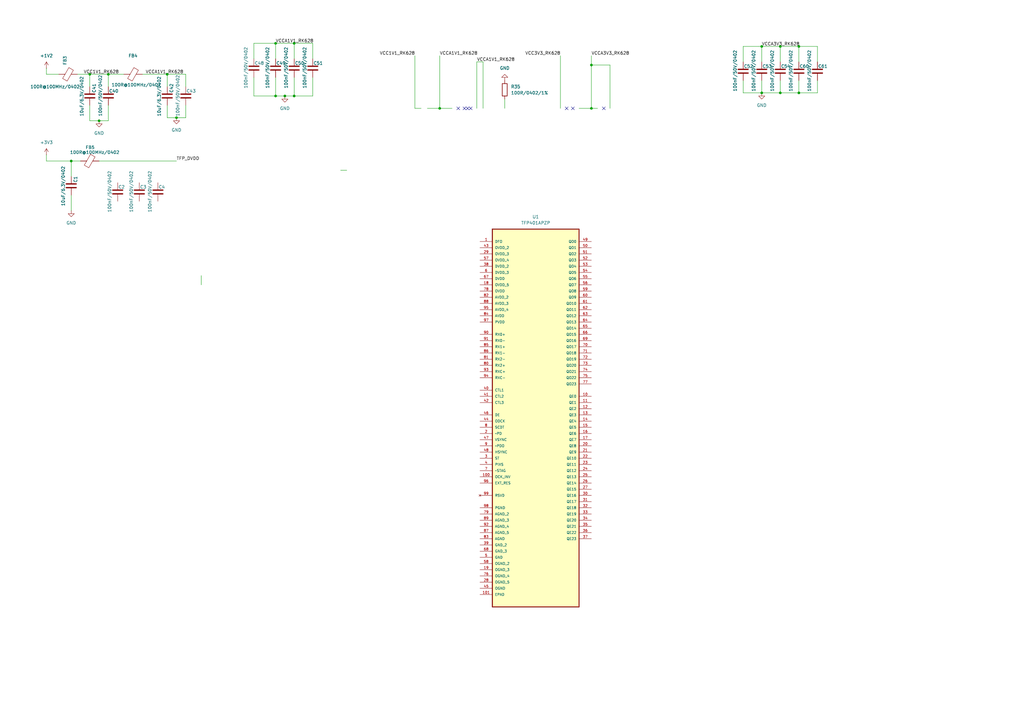
<source format=kicad_sch>
(kicad_sch (version 20231120) (generator "eeschema") (generator_version "8.0")
  (paper "A3")
  (lib_symbols
    (symbol "Device:C" (pin_numbers hide) (pin_names (offset 0.254))
      (property "Reference" "C" (at 0.635 2.54 0))
      (property "Value" "C" (at 0.635 -2.54 0))
      (symbol "C_0_1"
        (polyline (pts (xy -2.032 -0.762) (xy 2.032 -0.762)) (stroke (width 0.508)))
        (polyline (pts (xy -2.032 0.762) (xy 2.032 0.762)) (stroke (width 0.508)))
      )
      (symbol "C_1_1"
        (pin passive line (at 0 3.81 270) (length 2.794) (name "~") (number "1"))
        (pin passive line (at 0 -3.81 90) (length 2.794) (name "~") (number "2"))
      )
    )
    (symbol "Device:Crystal_GND24" (pin_names (offset 1.016) hide)
      (property "Reference" "Y" (at 3.175 5.08 0))
      (property "Value" "Crystal_GND24" (at 3.175 3.175 0))
      (symbol "Crystal_GND24_0_1"
        (rectangle (start -1.143 2.54) (end 1.143 -2.54) (stroke (width 0.3048)))
        (polyline (pts (xy -2.54 0) (xy -2.032 0)))
        (polyline (pts (xy -2.032 -1.27) (xy -2.032 1.27)) (stroke (width 0.508)))
        (polyline (pts (xy 0 -3.81) (xy 0 -3.556)))
        (polyline (pts (xy 0 3.556) (xy 0 3.81)))
        (polyline (pts (xy 2.032 -1.27) (xy 2.032 1.27)) (stroke (width 0.508)))
        (polyline (pts (xy 2.032 0) (xy 2.54 0)))
        (polyline (pts (xy -2.54 -2.286) (xy -2.54 -3.556) (xy 2.54 -3.556) (xy 2.54 -2.286)))
        (polyline (pts (xy -2.54 2.286) (xy -2.54 3.556) (xy 2.54 3.556) (xy 2.54 2.286)))
      )
      (symbol "Crystal_GND24_1_1"
        (pin passive line (at -3.81 0 0) (length 1.27) (name "1") (number "1"))
        (pin passive line (at 0 5.08 270) (length 1.27) (name "2") (number "2"))
        (pin passive line (at 3.81 0 180) (length 1.27) (name "3") (number "3"))
        (pin passive line (at 0 -5.08 90) (length 1.27) (name "4") (number "4"))
      )
    )
    (symbol "Device:D" (pin_numbers hide) (pin_names (offset 1.016) hide)
      (property "Reference" "D" (at 0 2.54 0))
      (property "Value" "D" (at 0 -2.54 0))
      (symbol "D_0_1"
        (polyline (pts (xy -1.27 1.27) (xy -1.27 -1.27)) (stroke (width 0.254)))
        (polyline (pts (xy 1.27 0) (xy -1.27 0)))
        (polyline (pts (xy 1.27 1.27) (xy 1.27 -1.27) (xy -1.27 0) (xy 1.27 1.27)) (stroke (width 0.254)))
      )
      (symbol "D_1_1"
        (pin passive line (at -3.81 0 0) (length 2.54) (name "K") (number "1"))
        (pin passive line (at 3.81 0 180) (length 2.54) (name "A") (number "2"))
      )
    )
    (symbol "Device:FerriteBead" (pin_numbers hide) (pin_names (offset 0))
      (property "Reference" "FB" (at -3.81 0.635 90))
      (property "Value" "FerriteBead" (at 3.81 0 90))
      (symbol "FerriteBead_0_1"
        (polyline (pts (xy 0 -1.27) (xy 0 -1.2192)))
        (polyline (pts (xy 0 1.27) (xy 0 1.2954)))
        (polyline (pts (xy -2.7686 0.4064) (xy -1.7018 2.2606) (xy 2.7686 -0.3048) (xy 1.6764 -2.159) (xy -2.7686 0.4064)))
      )
      (symbol "FerriteBead_1_1"
        (pin passive line (at 0 3.81 270) (length 2.54) (name "~") (number "1"))
        (pin passive line (at 0 -3.81 90) (length 2.54) (name "~") (number "2"))
      )
    )
    (symbol "Device:R" (pin_numbers hide) (pin_names (offset 0))
      (property "Reference" "R" (at 2.032 0 90))
      (property "Value" "R" (at 0 0 90))
      (symbol "R_0_1"
        (rectangle (start -1.016 -2.54) (end 1.016 2.54) (stroke (width 0.254)))
      )
      (symbol "R_1_1"
        (pin passive line (at 0 3.81 270) (length 1.27) (name "~") (number "1"))
        (pin passive line (at 0 -3.81 90) (length 1.27) (name "~") (number "2"))
      )
    )
    (symbol "Device:R_Small" (pin_numbers hide) (pin_names (offset 0.254) hide)
      (property "Reference" "R" (at 0.762 0.508 0))
      (property "Value" "R_Small" (at 0.762 -1.016 0))
      (symbol "R_Small_0_1"
        (rectangle (start -0.762 1.778) (end 0.762 -1.778) (stroke (width 0.2032)))
      )
      (symbol "R_Small_1_1"
        (pin passive line (at 0 2.54 270) (length 0.762) (name "~") (number "1"))
        (pin passive line (at 0 -2.54 90) (length 0.762) (name "~") (number "2"))
      )
    )
    (symbol "Simulation_SPICE:NPN" (pin_numbers hide) (pin_names (offset 0))
      (property "Reference" "Q" (at -2.54 7.62 0))
      (property "Value" "NPN" (at -2.54 5.08 0))
      (symbol "NPN_0_1"
        (polyline (pts (xy -2.54 0) (xy 0.635 0)) (stroke (width 0.1524)))
        (polyline (pts (xy 0.635 0.635) (xy 2.54 2.54)))
        (polyline (pts (xy 2.794 -1.27) (xy 2.794 -1.27)) (stroke (width 0.1524)))
        (polyline (pts (xy 2.794 -1.27) (xy 2.794 -1.27)) (stroke (width 0.1524)))
        (polyline (pts (xy 0.635 -0.635) (xy 2.54 -2.54) (xy 2.54 -2.54)))
        (polyline (pts (xy 0.635 1.905) (xy 0.635 -1.905) (xy 0.635 -1.905)) (stroke (width 0.508)))
        (polyline (pts (xy 1.27 -1.778) (xy 1.778 -1.27) (xy 2.286 -2.286) (xy 1.27 -1.778) (xy 1.27 -1.778)) (fill (type outline)))
        (circle (center 1.27 0) (radius 2.8194) (stroke (width 0.254)))
      )
      (symbol "NPN_1_1"
        (pin open_collector line (at 2.54 5.08 270) (length 2.54) (name "C") (number "1"))
        (pin input line (at -5.08 0 0) (length 2.54) (name "B") (number "2"))
        (pin open_emitter line (at 2.54 -5.08 90) (length 2.54) (name "E") (number "3"))
      )
    )
    (symbol "USBCtoMIPI:TFP401APZP" (pin_names (offset 1.016))
      (property "Reference" "U" (at -5.3641 77.7664 0))
      (property "Value" "TFP401APZP" (at -4.019 -86.2058 0))
      (symbol "TFP401APZP_0_0"
        (rectangle (start -17.78 73.66) (end 17.78 -81.28) (stroke (width 0.4064)) (fill (type background)))
        (pin input line (at -22.86 68.58 0) (length 5.08) (name "DFO") (number "1"))
        (pin output line (at 22.86 5.08 180) (length 5.08) (name "QE0") (number "10"))
        (pin input line (at -22.86 -27.94 0) (length 5.08) (name "OCK_INV") (number "100"))
        (pin passive line (at -22.86 -76.2 0) (length 5.08) (name "EPAD") (number "101"))
        (pin output line (at 22.86 2.54 180) (length 5.08) (name "QE1") (number "11"))
        (pin output line (at 22.86 0 180) (length 5.08) (name "QE2") (number "12"))
        (pin output line (at 22.86 -2.54 180) (length 5.08) (name "QE3") (number "13"))
        (pin output line (at 22.86 -5.08 180) (length 5.08) (name "QE4") (number "14"))
        (pin output line (at 22.86 -7.62 180) (length 5.08) (name "QE5") (number "15"))
        (pin output line (at 22.86 -10.16 180) (length 5.08) (name "QE6") (number "16"))
        (pin output line (at 22.86 -12.7 180) (length 5.08) (name "QE7") (number "17"))
        (pin power_in line (at -22.86 50.8 0) (length 5.08) (name "OVDD_5") (number "18"))
        (pin passive line (at -22.86 -66.04 0) (length 5.08) (name "OGND_3") (number "19"))
        (pin input line (at -22.86 -10.16 0) (length 5.08) (name "~PD") (number "2"))
        (pin output line (at 22.86 -15.24 180) (length 5.08) (name "QE8") (number "20"))
        (pin output line (at 22.86 -17.78 180) (length 5.08) (name "QE9") (number "21"))
        (pin output line (at 22.86 -20.32 180) (length 5.08) (name "QE10") (number "22"))
        (pin output line (at 22.86 -22.86 180) (length 5.08) (name "QE11") (number "23"))
        (pin output line (at 22.86 -25.4 180) (length 5.08) (name "QE12") (number "24"))
        (pin output line (at 22.86 -27.94 180) (length 5.08) (name "QE13") (number "25"))
        (pin output line (at 22.86 -30.48 180) (length 5.08) (name "QE14") (number "26"))
        (pin output line (at 22.86 -33.02 180) (length 5.08) (name "QE15") (number "27"))
        (pin passive line (at -22.86 -71.12 0) (length 5.08) (name "OGND_5") (number "28"))
        (pin power_in line (at -22.86 63.5 0) (length 5.08) (name "OVDD_3") (number "29"))
        (pin input line (at -22.86 -20.32 0) (length 5.08) (name "ST") (number "3"))
        (pin output line (at 22.86 -35.56 180) (length 5.08) (name "QE16") (number "30"))
        (pin output line (at 22.86 -38.1 180) (length 5.08) (name "QE17") (number "31"))
        (pin output line (at 22.86 -40.64 180) (length 5.08) (name "QE18") (number "32"))
        (pin output line (at 22.86 -43.18 180) (length 5.08) (name "QE19") (number "33"))
        (pin output line (at 22.86 -45.72 180) (length 5.08) (name "QE20") (number "34"))
        (pin output line (at 22.86 -48.26 180) (length 5.08) (name "QE21") (number "35"))
        (pin output line (at 22.86 -50.8 180) (length 5.08) (name "QE22") (number "36"))
        (pin output line (at 22.86 -53.34 180) (length 5.08) (name "QE23") (number "37"))
        (pin power_in line (at -22.86 58.42 0) (length 5.08) (name "DVDD_2") (number "38"))
        (pin passive line (at -22.86 -55.88 0) (length 5.08) (name "GND_2") (number "39"))
        (pin input line (at -22.86 -22.86 0) (length 5.08) (name "PIXS") (number "4"))
        (pin output line (at -22.86 7.62 0) (length 5.08) (name "CTL1") (number "40"))
        (pin output line (at -22.86 5.08 0) (length 5.08) (name "CTL2") (number "41"))
        (pin output line (at -22.86 2.54 0) (length 5.08) (name "CTL3") (number "42"))
        (pin power_in line (at -22.86 66.04 0) (length 5.08) (name "OVDD_2") (number "43"))
        (pin output line (at -22.86 -5.08 0) (length 5.08) (name "ODCK") (number "44"))
        (pin passive line (at -22.86 -73.66 0) (length 5.08) (name "OGND") (number "45"))
        (pin output line (at -22.86 -2.54 0) (length 5.08) (name "DE") (number "46"))
        (pin output line (at -22.86 -12.7 0) (length 5.08) (name "VSYNC") (number "47"))
        (pin output line (at -22.86 -17.78 0) (length 5.08) (name "HSYNC") (number "48"))
        (pin output line (at 22.86 68.58 180) (length 5.08) (name "QO0") (number "49"))
        (pin passive line (at -22.86 -60.96 0) (length 5.08) (name "GND") (number "5"))
        (pin output line (at 22.86 66.04 180) (length 5.08) (name "QO1") (number "50"))
        (pin output line (at 22.86 63.5 180) (length 5.08) (name "QO2") (number "51"))
        (pin output line (at 22.86 60.96 180) (length 5.08) (name "QO3") (number "52"))
        (pin output line (at 22.86 58.42 180) (length 5.08) (name "QO4") (number "53"))
        (pin output line (at 22.86 55.88 180) (length 5.08) (name "QO5") (number "54"))
        (pin output line (at 22.86 53.34 180) (length 5.08) (name "QO6") (number "55"))
        (pin output line (at 22.86 50.8 180) (length 5.08) (name "QO7") (number "56"))
        (pin power_in line (at -22.86 60.96 0) (length 5.08) (name "OVDD_4") (number "57"))
        (pin passive line (at -22.86 -63.5 0) (length 5.08) (name "OGND_2") (number "58"))
        (pin output line (at 22.86 48.26 180) (length 5.08) (name "QO8") (number "59"))
        (pin power_in line (at -22.86 55.88 0) (length 5.08) (name "DVDD_3") (number "6"))
        (pin output line (at 22.86 45.72 180) (length 5.08) (name "QO9") (number "60"))
        (pin output line (at 22.86 43.18 180) (length 5.08) (name "QO10") (number "61"))
        (pin output line (at 22.86 40.64 180) (length 5.08) (name "QO11") (number "62"))
        (pin output line (at 22.86 38.1 180) (length 5.08) (name "QO12") (number "63"))
        (pin output line (at 22.86 35.56 180) (length 5.08) (name "QO13") (number "64"))
        (pin output line (at 22.86 33.02 180) (length 5.08) (name "QO14") (number "65"))
        (pin output line (at 22.86 30.48 180) (length 5.08) (name "QO15") (number "66"))
        (pin power_in line (at -22.86 53.34 0) (length 5.08) (name "DVDD") (number "67"))
        (pin passive line (at -22.86 -58.42 0) (length 5.08) (name "GND_3") (number "68"))
        (pin output line (at 22.86 27.94 180) (length 5.08) (name "QO16") (number "69"))
        (pin input line (at -22.86 -25.4 0) (length 5.08) (name "~STAG") (number "7"))
        (pin output line (at 22.86 25.4 180) (length 5.08) (name "QO17") (number "70"))
        (pin output line (at 22.86 22.86 180) (length 5.08) (name "QO18") (number "71"))
        (pin output line (at 22.86 20.32 180) (length 5.08) (name "QO19") (number "72"))
        (pin output line (at 22.86 17.78 180) (length 5.08) (name "QO20") (number "73"))
        (pin output line (at 22.86 15.24 180) (length 5.08) (name "QO21") (number "74"))
        (pin output line (at 22.86 12.7 180) (length 5.08) (name "QO22") (number "75"))
        (pin passive line (at -22.86 -68.58 0) (length 5.08) (name "OGND_4") (number "76"))
        (pin output line (at 22.86 10.16 180) (length 5.08) (name "QO23") (number "77"))
        (pin power_in line (at -22.86 48.26 0) (length 5.08) (name "OVDD") (number "78"))
        (pin passive line (at -22.86 -43.18 0) (length 5.08) (name "AGND_2") (number "79"))
        (pin output line (at -22.86 -7.62 0) (length 5.08) (name "SCDT") (number "8"))
        (pin input line (at -22.86 17.78 0) (length 5.08) (name "RX2+") (number "80"))
        (pin input line (at -22.86 20.32 0) (length 5.08) (name "RX2-") (number "81"))
        (pin power_in line (at -22.86 45.72 0) (length 5.08) (name "AVDD_2") (number "82"))
        (pin passive line (at -22.86 -53.34 0) (length 5.08) (name "AGND") (number "83"))
        (pin power_in line (at -22.86 38.1 0) (length 5.08) (name "AVDD") (number "84"))
        (pin input line (at -22.86 25.4 0) (length 5.08) (name "RX1+") (number "85"))
        (pin input line (at -22.86 22.86 0) (length 5.08) (name "RX1-") (number "86"))
        (pin passive line (at -22.86 -50.8 0) (length 5.08) (name "AGND_5") (number "87"))
        (pin power_in line (at -22.86 43.18 0) (length 5.08) (name "AVDD_3") (number "88"))
        (pin passive line (at -22.86 -45.72 0) (length 5.08) (name "AGND_3") (number "89"))
        (pin input line (at -22.86 -15.24 0) (length 5.08) (name "~PDO") (number "9"))
        (pin input line (at -22.86 30.48 0) (length 5.08) (name "RX0+") (number "90"))
        (pin input line (at -22.86 27.94 0) (length 5.08) (name "RX0-") (number "91"))
        (pin passive line (at -22.86 -48.26 0) (length 5.08) (name "AGND_4") (number "92"))
        (pin input line (at -22.86 15.24 0) (length 5.08) (name "RXC+") (number "93"))
        (pin input line (at -22.86 12.7 0) (length 5.08) (name "RXC-") (number "94"))
        (pin power_in line (at -22.86 40.64 0) (length 5.08) (name "AVDD_4") (number "95"))
        (pin input line (at -22.86 -30.48 0) (length 5.08) (name "EXT_RES") (number "96"))
        (pin power_in line (at -22.86 35.56 0) (length 5.08) (name "PVDD") (number "97"))
        (pin passive line (at -22.86 -40.64 0) (length 5.08) (name "PGND") (number "98"))
        (pin no_connect line (at -22.86 -35.56 0) (length 5.08) (name "RSVD") (number "99"))
      )
    )
    (symbol "power:+1V2" (power) (pin_numbers hide) (pin_names (offset 0) hide)
      (property "Value" "+1V2" (at 0 3.556 0))
      (symbol "+1V2_0_1"
        (polyline (pts (xy -0.762 1.27) (xy 0 2.54)))
        (polyline (pts (xy 0 0) (xy 0 2.54)))
        (polyline (pts (xy 0 2.54) (xy 0.762 1.27)))
      )
      (symbol "+1V2_1_1"
        (pin power_in line (at 0 0 90) (length 0) (name "~") (number "1"))
      )
    )
    (symbol "power:+3V3" (power) (pin_numbers hide) (pin_names (offset 0) hide)
      (property "Value" "+3V3" (at 0 3.556 0))
      (symbol "+3V3_0_1"
        (polyline (pts (xy -0.762 1.27) (xy 0 2.54)))
        (polyline (pts (xy 0 0) (xy 0 2.54)))
        (polyline (pts (xy 0 2.54) (xy 0.762 1.27)))
      )
      (symbol "+3V3_1_1"
        (pin power_in line (at 0 0 90) (length 0) (name "~") (number "1"))
      )
    )
    (symbol "power:GND" (power) (pin_numbers hide) (pin_names (offset 0) hide)
      (property "Value" "GND" (at 0 -3.81 0))
      (symbol "GND_0_1"
        (polyline (pts (xy 0 0) (xy 0 -1.27) (xy 1.27 -1.27) (xy 0 -2.54) (xy -1.27 -1.27) (xy 0 -1.27)))
      )
      (symbol "GND_1_1"
        (pin power_in line (at 0 0 270) (length 0) (name "~") (number "1"))
      )
    )
  )
  (junction (at 68.58 30.48))
  (junction (at 116.84 39.37))
  (junction (at 72.39 48.26))
  (junction (at 36.83 30.48))
  (junction (at 180.34 44.45))
  (junction (at 327.66 38.1))
  (junction (at -73.66 45.72))
  (junction (at 120.65 39.37))
  (junction (at -111.76 146.05))
  (junction (at 312.42 38.1))
  (junction (at -124.46 182.88))
  (junction (at -62.23 130.81))
  (junction (at -62.23 140.97))
  (junction (at -87.63 182.88))
  (junction (at 44.45 30.48))
  (junction (at 242.57 26.67))
  (junction (at 312.42 19.05))
  (junction (at -81.28 182.88))
  (junction (at -72.39 140.97))
  (junction (at 29.21 66.04))
  (junction (at 120.65 17.78))
  (junction (at -82.55 140.97))
  (junction (at 242.57 44.45))
  (junction (at -109.22 194.31))
  (junction (at 320.04 19.05))
  (junction (at 148.59 -27.94))
  (junction (at -45.72 63.5))
  (junction (at -77.47 64.77))
  (junction (at 113.03 17.78))
  (junction (at 320.04 38.1))
  (junction (at -72.39 130.81))
  (junction (at -82.55 130.81))
  (junction (at 113.03 39.37))
  (junction (at -109.22 182.88))
  (junction (at -49.53 45.72))
  (junction (at 40.64 49.53))
  (junction (at 327.66 19.05))
  (junction (at -81.28 45.72))
  (no_connect (at 234.95 44.45))
  (no_connect (at 247.65 44.45))
  (no_connect (at 232.41 44.45))
  (no_connect (at -26.67 168.91))
  (no_connect (at -27.94 166.37))
  (no_connect (at 187.96 44.45))
  (no_connect (at -27.94 148.59))
  (no_connect (at -27.94 171.45))
  (no_connect (at 193.04 44.45))
  (no_connect (at 190.5 44.45))
  (no_connect (at 191.77 44.45))
  (wire (pts (xy -30.48 87.63) (xy -30.48 95.25)))
  (wire (pts (xy 76.2 35.56) (xy 76.2 30.48)))
  (wire (pts (xy 128.27 17.78) (xy 128.27 24.13)))
  (wire (pts (xy -46.99 97.79) (xy -27.94 97.79)))
  (wire (pts (xy -125.73 146.05) (xy -111.76 146.05)))
  (wire (pts (xy -82.55 140.97) (xy -72.39 140.97)))
  (wire (pts (xy 76.2 48.26) (xy 76.2 43.18)))
  (wire (pts (xy -77.47 64.77) (xy -73.66 64.77)))
  (wire (pts (xy -81.28 45.72) (xy -73.66 45.72)))
  (wire (pts (xy -83.82 105.41) (xy -52.07 105.41)))
  (wire (pts (xy 250.19 26.67) (xy 242.57 26.67)))
  (wire (pts (xy 58.42 30.48) (xy 68.58 30.48)))
  (wire (pts (xy 312.42 38.1) (xy 320.04 38.1)))
  (wire (pts (xy 335.28 19.05) (xy 327.66 19.05)))
  (wire (pts (xy 44.45 30.48) (xy 50.8 30.48)))
  (wire (pts (xy -72.39 140.97) (xy -62.23 140.97)))
  (wire (pts (xy 335.28 33.02) (xy 335.28 38.1)))
  (wire (pts (xy 152.4 -27.94) (xy 152.4 -33.02)))
  (wire (pts (xy -30.48 95.25) (xy -27.94 95.25)))
  (wire (pts (xy 40.64 49.53) (xy 44.45 49.53)))
  (wire (pts (xy 128.27 39.37) (xy 128.27 31.75)))
  (wire (pts (xy -73.66 45.72) (xy -67.31 45.72)))
  (wire (pts (xy 29.21 86.36) (xy 29.21 80.01)))
  (wire (pts (xy 29.21 66.04) (xy 33.02 66.04)))
  (wire (pts (xy 195.58 25.4) (xy 198.12 25.4)))
  (wire (pts (xy -33.02 137.16) (xy -27.305 137.16)))
  (wire (pts (xy -83.82 100.33) (xy -52.07 100.33)))
  (wire (pts (xy -46.99 102.87) (xy -27.94 102.87)))
  (wire (pts (xy -49.53 63.5) (xy -45.72 63.5)))
  (wire (pts (xy 68.58 35.56) (xy 68.58 30.48)))
  (wire (pts (xy 335.28 38.1) (xy 327.66 38.1)))
  (wire (pts (xy -72.39 137.16) (xy -72.39 140.97)))
  (wire (pts (xy -77.47 158.75) (xy -27.94 158.75)))
  (wire (pts (xy -83.82 140.97) (xy -82.55 140.97)))
  (wire (pts (xy -72.39 130.81) (xy -62.23 130.81)))
  (wire (pts (xy -81.28 64.77) (xy -77.47 64.77)))
  (wire (pts (xy -46.99 123.19) (xy -27.94 123.19)))
  (wire (pts (xy -128.27 182.88) (xy -124.46 182.88)))
  (wire (pts (xy 19.05 27.94) (xy 19.05 30.48)))
  (wire (pts (xy -111.76 146.05) (xy -27.94 146.05)))
  (wire (pts (xy 36.83 30.48) (xy 44.45 30.48)))
  (wire (pts (xy 104.14 39.37) (xy 113.03 39.37)))
  (wire (pts (xy 29.21 72.39) (xy 29.21 66.04)))
  (wire (pts (xy 152.4 -33.02) (xy 153.67 -33.02)))
  (wire (pts (xy 120.65 39.37) (xy 128.27 39.37)))
  (wire (pts (xy 304.8 33.02) (xy 304.8 38.1)))
  (wire (pts (xy 36.83 43.18) (xy 36.83 49.53)))
  (wire (pts (xy -46.99 113.03) (xy -27.94 113.03)))
  (wire (pts (xy 242.57 44.45) (xy 245.11 44.45)))
  (wire (pts (xy 40.64 66.04) (xy 72.39 66.04)))
  (wire (pts (xy 76.2 30.48) (xy 68.58 30.48)))
  (wire (pts (xy -110.49 194.31) (xy -110.49 195.58)))
  (wire (pts (xy 250.19 26.67) (xy 250.19 44.45)))
  (wire (pts (xy -83.82 118.11) (xy -52.07 118.11)))
  (wire (pts (xy 320.04 38.1) (xy 320.04 33.02)))
  (wire (pts (xy -41.91 45.72) (xy -49.53 45.72)))
  (wire (pts (xy -124.46 182.88) (xy -124.46 193.04)))
  (wire (pts (xy 312.42 19.05) (xy 320.04 19.05)))
  (wire (pts (xy 237.49 44.45) (xy 242.57 44.45)))
  (wire (pts (xy 19.05 66.04) (xy 29.21 66.04)))
  (wire (pts (xy 19.05 63.5) (xy 19.05 66.04)))
  (wire (pts (xy 180.34 22.86) (xy 180.34 44.45)))
  (wire (pts (xy -62.23 140.97) (xy -62.23 138.43)))
  (wire (pts (xy -46.99 125.73) (xy -27.94 125.73)))
  (wire (pts (xy 207.01 40.64) (xy 207.01 44.45)))
  (wire (pts (xy -97.79 203.2) (xy -97.79 214.63)))
  (wire (pts (xy 113.03 17.78) (xy 113.03 24.13)))
  (wire (pts (xy -83.82 102.87) (xy -52.07 102.87)))
  (wire (pts (xy 146.05 -45.72) (xy 146.05 -40.64)))
  (wire (pts (xy -86.36 45.72) (xy -81.28 45.72)))
  (wire (pts (xy 335.28 25.4) (xy 335.28 19.05)))
  (wire (pts (xy -46.99 115.57) (xy -27.94 115.57)))
  (wire (pts (xy 148.59 -27.94) (xy 152.4 -27.94)))
  (wire (pts (xy -72.39 130.81) (xy -72.39 132.08)))
  (wire (pts (xy 104.14 17.78) (xy 113.03 17.78)))
  (wire (pts (xy 304.8 25.4) (xy 304.8 19.05)))
  (wire (pts (xy 327.66 25.4) (xy 327.66 19.05)))
  (wire (pts (xy -120.65 246.38) (xy -120.65 250.19)))
  (wire (pts (xy -46.99 118.11) (xy -27.94 118.11)))
  (wire (pts (xy 304.8 38.1) (xy 312.42 38.1)))
  (wire (pts (xy 180.34 44.45) (xy 185.42 44.45)))
  (wire (pts (xy 36.83 49.53) (xy 40.64 49.53)))
  (wire (pts (xy 144.78 -27.94) (xy 148.59 -27.94)))
  (wire (pts (xy 68.58 48.26) (xy 72.39 48.26)))
  (wire (pts (xy -46.99 110.49) (xy -27.94 110.49)))
  (wire (pts (xy -40.64 151.13) (xy -27.94 151.13)))
  (wire (pts (xy -124.46 205.74) (xy -124.46 200.66)))
  (wire (pts (xy -81.28 58.42) (xy -81.28 64.77)))
  (wire (pts (xy 113.03 39.37) (xy 116.84 39.37)))
  (wire (pts (xy 19.05 30.48) (xy 24.13 30.48)))
  (wire (pts (xy 242.57 22.86) (xy 242.57 26.67)))
  (wire (pts (xy -83.82 110.49) (xy -52.07 110.49)))
  (wire (pts (xy 198.12 44.45) (xy 198.12 25.4)))
  (wire (pts (xy -83.82 123.19) (xy -52.07 123.19)))
  (wire (pts (xy -46.99 100.33) (xy -27.94 100.33)))
  (wire (pts (xy -120.65 271.78) (xy -120.65 265.43)))
  (wire (pts (xy -88.9 182.88) (xy -87.63 182.88)))
  (wire (pts (xy 36.83 30.48) (xy 36.83 35.56)))
  (wire (pts (xy -41.91 63.5) (xy -41.91 58.42)))
  (wire (pts (xy -77.47 153.67) (xy -27.94 153.67)))
  (wire (pts (xy -82.55 130.81) (xy -72.39 130.81)))
  (wire (pts (xy 327.66 33.02) (xy 327.66 38.1)))
  (wire (pts (xy 113.03 17.78) (xy 120.65 17.78)))
  (wire (pts (xy -109.22 194.31) (xy -97.79 194.31)))
  (wire (pts (xy -110.49 203.2) (xy -110.49 214.63)))
  (wire (pts (xy -62.23 130.81) (xy -33.02 130.81)))
  (wire (pts (xy -46.99 107.95) (xy -27.94 107.95)))
  (wire (pts (xy -73.66 64.77) (xy -73.66 58.42)))
  (wire (pts (xy 242.57 26.67) (xy 242.57 44.45)))
  (wire (pts (xy -81.28 182.88) (xy -81.28 187.96)))
  (wire (pts (xy 195.58 44.45) (xy 195.58 25.4)))
  (wire (pts (xy -97.79 194.31) (xy -97.79 195.58)))
  (wire (pts (xy -41.91 50.8) (xy -41.91 45.72)))
  (wire (pts (xy -49.53 50.8) (xy -49.53 45.72)))
  (wire (pts (xy 175.26 44.45) (xy 180.34 44.45)))
  (wire (pts (xy -71.12 195.58) (xy -71.12 187.96)))
  (wire (pts (xy 153.67 -45.72) (xy 146.05 -45.72)))
  (wire (pts (xy -83.82 97.79) (xy -52.07 97.79)))
  (wire (pts (xy 44.45 30.48) (xy 44.45 35.56)))
  (wire (pts (xy -81.28 45.72) (xy -81.28 50.8)))
  (wire (pts (xy -109.22 194.31) (xy -110.49 194.31)))
  (wire (pts (xy 144.78 -33.02) (xy 144.78 -27.94)))
  (wire (pts (xy 31.75 30.48) (xy 36.83 30.48)))
  (wire (pts (xy 116.84 39.37) (xy 120.65 39.37)))
  (wire (pts (xy 72.39 48.26) (xy 76.2 48.26)))
  (wire (pts (xy 68.58 43.18) (xy 68.58 48.26)))
  (wire (pts (xy 229.87 22.86) (xy 229.87 44.45)))
  (wire (pts (xy -71.12 171.45) (xy -71.12 177.8)))
  (wire (pts (xy -83.82 113.03) (xy -52.07 113.03)))
  (wire (pts (xy 44.45 49.53) (xy 44.45 43.18)))
  (wire (pts (xy -33.02 130.81) (xy -33.02 137.16)))
  (wire (pts (xy -77.47 156.21) (xy -27.94 156.21)))
  (wire (pts (xy 82.55 113.03) (xy 82.55 116.84)))
  (wire (pts (xy 327.66 38.1) (xy 320.04 38.1)))
  (wire (pts (xy 120.65 17.78) (xy 120.65 24.13)))
  (wire (pts (xy -46.99 120.65) (xy -27.94 120.65)))
  (wire (pts (xy 120.65 31.75) (xy 120.65 39.37)))
  (wire (pts (xy -83.82 125.73) (xy -52.07 125.73)))
  (wire (pts (xy 113.03 31.75) (xy 113.03 39.37)))
  (wire (pts (xy 304.8 19.05) (xy 312.42 19.05)))
  (wire (pts (xy -111.76 146.05) (xy -111.76 153.67)))
  (wire (pts (xy -59.69 45.72) (xy -49.53 45.72)))
  (wire (pts (xy 153.67 -40.64) (xy 153.67 -45.72)))
  (wire (pts (xy -83.82 130.81) (xy -82.55 130.81)))
  (wire (pts (xy 144.78 -33.02) (xy 146.05 -33.02)))
  (wire (pts (xy -83.82 107.95) (xy -52.07 107.95)))
  (wire (pts (xy 120.65 17.78) (xy 128.27 17.78)))
  (wire (pts (xy -81.28 182.88) (xy -78.74 182.88)))
  (wire (pts (xy -109.22 182.88) (xy -95.25 182.88)))
  (wire (pts (xy 170.18 22.86) (xy 170.18 44.45)))
  (wire (pts (xy -83.82 115.57) (xy -52.07 115.57)))
  (wire (pts (xy -124.46 182.88) (xy -109.22 182.88)))
  (wire (pts (xy -62.23 140.97) (xy -27.305 140.97)))
  (wire (pts (xy 320.04 19.05) (xy 327.66 19.05)))
  (wire (pts (xy 104.14 24.13) (xy 104.14 17.78)))
  (wire (pts (xy -109.22 182.88) (xy -109.22 186.69)))
  (wire (pts (xy -49.53 58.42) (xy -49.53 63.5)))
  (wire (pts (xy -73.66 45.72) (xy -73.66 50.8)))
  (wire (pts (xy -45.72 63.5) (xy -41.91 63.5)))
  (wire (pts (xy -46.99 105.41) (xy -27.94 105.41)))
  (wire (pts (xy 104.14 31.75) (xy 104.14 39.37)))
  (wire (pts (xy -83.82 120.65) (xy -52.07 120.65)))
  (wire (pts (xy -87.63 182.88) (xy -81.28 182.88)))
  (wire (pts (xy 320.04 19.05) (xy 320.04 25.4)))
  (wire (pts (xy 139.7 69.85) (xy 142.24 69.85)))
  (wire (pts (xy 170.18 44.45) (xy 172.72 44.45)))
  (wire (pts (xy 312.42 19.05) (xy 312.42 25.4)))
  (wire (pts (xy 312.42 33.02) (xy 312.42 38.1)))
  (label "RK628D_INTn" (at -77.47 158.75 0))
  (label "VCCA1V1_RK628" (at 113.03 17.78 0))
  (label "HDMIRX_SCL" (at -68.58 120.65 180))
  (label "RK628D_SCL" (at -77.47 153.67 0))
  (label "HDMIRX_CEC" (at -120.65 271.78 180))
  (label "HR_CLK_P" (at -43.18 100.33 0))
  (label "HDMIRX_D0_N" (at -68.58 102.87 180))
  (label "VCCA3V3_RK628" (at 312.42 19.05 0))
  (label "HDMIRX_D1_P" (at -68.58 110.49 180))
  (label "HDMIRX_SCL" (at -97.79 214.63 270))
  (label "HDMIRX_D1_N" (at -68.58 107.95 180))
  (label "HR_D1_N" (at -43.18 107.95 0))
  (label "VCCA1V1_RK628" (at 195.58 25.4 0))
  (label "HDMIRX_SDA" (at -110.49 214.63 270))
  (label "VCCA3V3_RK628" (at -58.42 45.72 0))
  (label "HDMIRX_D2_P" (at -68.58 115.57 180))
  (label "RK628D_SDA" (at -77.47 156.21 0))
  (label "HR_CLK_N" (at -43.18 97.79 0))
  (label "HDMIRX_CEC" (at -68.58 125.73 180))
  (label "HR_D1_P" (at -43.18 110.49 0))
  (label "VCCA1V1_RK628" (at 146.05 -45.72 0))
  (label "HDMIRX_CLK_P" (at -68.58 100.33 180))
  (label "VCCA3V3_RK628" (at 242.57 22.86 0))
  (label "VCCA1V1_RK628" (at 59.69 30.48 0))
  (label "HDMIRX_SDA" (at -68.58 118.11 180))
  (label "HDMIRX_D2_N" (at -68.58 113.03 180))
  (label "VCC3V3_RK628" (at -120.65 246.38 0))
  (label "VCC1V1_RK628" (at 170.18 22.86 180))
  (label "HDMIRX_HDP" (at -68.58 123.19 180))
  (label "HR_D2_P" (at -43.18 115.57 0))
  (label "RK628D_RSTn" (at -125.73 146.05 0))
  (label "VCC1V1_RK628" (at 34.29 30.48 0))
  (label "VCCA1V1_RK628" (at 180.34 22.86 0))
  (label "VCC3V3_RK628" (at 229.87 22.86 180))
  (label "HDMIRX_CLK_N" (at -68.58 97.79 180))
  (label "HDMI_DET" (at -71.12 171.45 0))
  (label "VCC3V3_RK628" (at -83.82 45.72 0))
  (label "TFP_DVDD" (at 72.39 66.04 0))
  (label "HR_D2_N" (at -43.18 113.03 0))
  (label "HDMIRX_D0_P" (at -68.58 105.41 180))
  (label "HR_D0_N" (at -43.18 102.87 0))
  (label "HR_D0_P" (at -43.18 105.41 0))
  (label "HDMIRX_+5V" (at -124.46 182.88 0))
  (hierarchical_label "HDMIRX_CLK_P" (shape bidirectional) (at -83.82 100.33 180))
  (hierarchical_label "RK628D_RSTn" (shape bidirectional) (at -125.73 146.05 180))
  (hierarchical_label "HDMIRX_HDP" (shape bidirectional) (at -83.82 123.19 180))
  (hierarchical_label "HDMIRX_+5V" (shape input) (at -128.27 182.88 180))
  (hierarchical_label "HDMIRX_CEC" (shape bidirectional) (at -83.82 125.73 180))
  (hierarchical_label "HDMIRX_D1_P" (shape bidirectional) (at -83.82 110.49 180))
  (hierarchical_label "RK628D_SDA" (shape bidirectional) (at -77.47 156.21 180))
  (hierarchical_label "HDMIRX_CLK_N" (shape bidirectional) (at -83.82 97.79 180))
  (hierarchical_label "HDMIRX_D1_N" (shape bidirectional) (at -83.82 107.95 180))
  (hierarchical_label "HDMIRX_SDA" (shape bidirectional) (at -83.82 118.11 180))
  (hierarchical_label "HDMIRX_D2_P" (shape bidirectional) (at -83.82 115.57 180))
  (hierarchical_label "RK628D_INTn" (shape bidirectional) (at -77.47 158.75 180))
  (hierarchical_label "HDMI_DET" (shape input) (at -71.12 171.45 180))
  (hierarchical_label "HDMIRX_SCL" (shape bidirectional) (at -83.82 120.65 180))
  (hierarchical_label "HDMIRX_D0_P" (shape bidirectional) (at -83.82 105.41 180))
  (hierarchical_label "RK628D_SCL" (shape bidirectional) (at -77.47 153.67 180))
  (hierarchical_label "HDMIRX_D0_N" (shape bidirectional) (at -83.82 102.87 180))
  (hierarchical_label "HDMIRX_D2_N" (shape bidirectional) (at -83.82 113.03 180))
  (symbol (lib_id "Device:R_Small") (at -49.53 118.11 90) (unit 1)
    (property "Reference" "R43" (at -45.72 117.094 90))
    (property "Value" "22R/0402/1%" (at -58.42 117.094 90))
    (property "Footprint" "Resistor_SMD:R_0402_1005Metric" (effects (hide yes)))
    (property "Description" "Resistor, small symbol" (effects (hide yes)))
    (property "JLCPCB" "C25092" (effects (hide yes)))
  )
  (symbol (lib_id "power:GND") (at -40.64 87.63 270) (unit 1)
    (property "Reference" "#PWR070" (effects (hide yes)))
    (property "Value" "GND" (at -44.45 87.6301 90) (effects (justify right)))
    (property "Description" "Power symbol creates a global label with name \"GND\" , ground" (effects (hide yes)))
  )
  (symbol (lib_id "power:GND") (at -111.76 161.29 0) (unit 1)
    (property "Reference" "#PWR066" (effects (hide yes)))
    (property "Value" "GND" (at -111.76 166.37 0))
    (property "Description" "Power symbol creates a global label with name \"GND\" , ground" (effects (hide yes)))
  )
  (symbol (lib_id "Device:R") (at -81.28 191.77 0) (unit 1)
    (property "Reference" "R55" (at -83.82 193.0401 0) (effects (justify right)))
    (property "Value" "51K/0402/1%" (at -77.724 186.182 90) (effects (justify right)))
    (property "Footprint" "Resistor_SMD:R_0402_1005Metric" (effects (hide yes)))
    (property "Description" "Resistor" (effects (hide yes)))
    (property "JLCPCB" "C25794" (effects (hide yes)))
  )
  (symbol (lib_id "Device:C") (at 335.28 29.21 0) (unit 1)
    (property "Reference" "C61" (at 335.534 27.178 0) (effects (justify left)))
    (property "Value" "100nF/50V/0402" (at 331.978 37.592 90) (effects (justify left)))
    (property "Footprint" "Capacitor_SMD:C_0402_1005Metric" (effects (hide yes)))
    (property "Description" "Unpolarized capacitor" (effects (hide yes)))
    (property "JLCPCB" "C77020" (effects (hide yes)))
  )
  (symbol (lib_id "Device:R_Small") (at -49.53 113.03 90) (unit 1)
    (property "Reference" "R45" (at -45.72 112.014 90))
    (property "Value" "2.2R/0402/1%" (at -58.42 112.014 90))
    (property "Footprint" "Resistor_SMD:R_0402_1005Metric" (effects (hide yes)))
    (property "Description" "Resistor, small symbol" (effects (hide yes)))
    (property "JLCPCB" "C25101" (effects (hide yes)))
  )
  (symbol (lib_id "Device:C") (at 57.15 78.74 0) (unit 1)
    (property "Reference" "C3" (at 57.404 76.708 0) (effects (justify left)))
    (property "Value" "100nF/50V/0402" (at 53.848 87.122 90) (effects (justify left)))
    (property "Footprint" "Capacitor_SMD:C_0402_1005Metric" (effects (hide yes)))
    (property "Description" "Unpolarized capacitor" (effects (hide yes)))
    (property "JLCPCB" "C77020" (effects (hide yes)))
  )
  (symbol (lib_id "Device:D") (at -120.65 254 90) (unit 1)
    (property "Reference" "D3" (at -118.11 252.7299 90) (effects (justify right)))
    (property "Value" "1N5819W" (at -118.11 255.2699 90) (effects (justify right)))
    (property "Footprint" "Diode_SMD:D_SOD-123" (effects (hide yes)))
    (property "Description" "Diode" (effects (hide yes)))
    (property "Sim.Device" "D" (effects (hide yes)))
    (property "Sim.Pins" "1=K 2=A" (effects (hide yes)))
    (property "JLCPCB" "C5451628" (effects (hide yes)))
  )
  (symbol (lib_id "Device:C") (at 327.66 29.21 0) (unit 1)
    (property "Reference" "C60" (at 327.914 27.178 0) (effects (justify left)))
    (property "Value" "100nF/50V/0402" (at 324.358 37.592 90) (effects (justify left)))
    (property "Footprint" "Capacitor_SMD:C_0402_1005Metric" (effects (hide yes)))
    (property "Description" "Unpolarized capacitor" (effects (hide yes)))
    (property "JLCPCB" "C77020" (effects (hide yes)))
  )
  (symbol (lib_id "power:GND") (at 40.64 49.53 0) (unit 1)
    (property "Reference" "#PWR058" (effects (hide yes)))
    (property "Value" "GND" (at 40.64 54.61 0))
    (property "Description" "Power symbol creates a global label with name \"GND\" , ground" (effects (hide yes)))
  )
  (symbol (lib_id "power:GND") (at -124.46 205.74 0) (unit 1)
    (property "Reference" "#PWR071" (effects (hide yes)))
    (property "Value" "GND" (at -124.46 210.82 0))
    (property "Description" "Power symbol creates a global label with name \"GND\" , ground" (effects (hide yes)))
  )
  (symbol (lib_id "Device:C") (at 68.58 39.37 0) (unit 1)
    (property "Reference" "C42" (at 70.358 38.1 90) (effects (justify left)))
    (property "Value" "10uF/6.3V/0402" (at 65.278 47.752 90) (effects (justify left)))
    (property "Footprint" "Capacitor_SMD:C_0402_1005Metric" (effects (hide yes)))
    (property "Description" "Unpolarized capacitor" (effects (hide yes)))
    (property "JLCPCB" "C15525" (effects (hide yes)))
  )
  (symbol (lib_id "Device:R_Small") (at -49.53 125.73 90) (unit 1)
    (property "Reference" "R40" (at -45.72 124.714 90))
    (property "Value" "22R/0402/1%" (at -58.42 124.714 90))
    (property "Footprint" "Resistor_SMD:R_0402_1005Metric" (effects (hide yes)))
    (property "Description" "Resistor, small symbol" (effects (hide yes)))
    (property "JLCPCB" "C25092" (effects (hide yes)))
  )
  (symbol (lib_id "Device:C") (at -124.46 196.85 180) (unit 1)
    (property "Reference" "C62" (at -124.714 198.882 0) (effects (justify left)))
    (property "Value" "100nF/50V/0402" (at -121.158 188.468 90) (effects (justify left)))
    (property "Footprint" "Capacitor_SMD:C_0402_1005Metric" (effects (hide yes)))
    (property "Description" "Unpolarized capacitor" (effects (hide yes)))
    (property "JLCPCB" "C77020" (effects (hide yes)))
  )
  (symbol (lib_id "Device:R_Small") (at -49.53 110.49 90) (unit 1)
    (property "Reference" "R47" (at -45.72 109.474 90))
    (property "Value" "2.2R/0402/1%" (at -58.42 109.474 90))
    (property "Footprint" "Resistor_SMD:R_0402_1005Metric" (effects (hide yes)))
    (property "Description" "Resistor, small symbol" (effects (hide yes)))
    (property "JLCPCB" "C25101" (effects (hide yes)))
  )
  (symbol (lib_id "Device:R_Small") (at -49.53 100.33 90) (unit 1)
    (property "Reference" "R51" (at -45.72 99.314 90))
    (property "Value" "2.2R/0402/1%" (at -58.42 99.314 90))
    (property "Footprint" "Resistor_SMD:R_0402_1005Metric" (effects (hide yes)))
    (property "Description" "Resistor, small symbol" (effects (hide yes)))
    (property "JLCPCB" "C25101" (effects (hide yes)))
  )
  (symbol (lib_id "Device:R_Small") (at -49.53 115.57 90) (unit 1)
    (property "Reference" "R44" (at -45.72 114.554 90))
    (property "Value" "2.2R/0402/1%" (at -58.42 114.554 90))
    (property "Footprint" "Resistor_SMD:R_0402_1005Metric" (effects (hide yes)))
    (property "Description" "Resistor, small symbol" (effects (hide yes)))
    (property "JLCPCB" "C25101" (effects (hide yes)))
  )
  (symbol (lib_id "power:GND") (at -48.26 151.13 270) (unit 1)
    (property "Reference" "#PWR067" (effects (hide yes)))
    (property "Value" "GND" (at -52.07 151.1299 90) (effects (justify right)))
    (property "Description" "Power symbol creates a global label with name \"GND\" , ground" (effects (hide yes)))
  )
  (symbol (lib_id "Device:R_Small") (at -49.53 97.79 90) (unit 1)
    (property "Reference" "R50" (at -45.72 96.774 90))
    (property "Value" "2.2R/0402/1%" (at -58.42 96.774 90))
    (property "Footprint" "Resistor_SMD:R_0402_1005Metric" (effects (hide yes)))
    (property "Description" "Resistor, small symbol" (effects (hide yes)))
    (property "JLCPCB" "C25101" (effects (hide yes)))
  )
  (symbol (lib_id "Simulation_SPICE:NPN") (at -73.66 182.88 0) (unit 1)
    (property "Reference" "Q1" (at -68.58 181.6099 0) (effects (justify left)))
    (property "Value" "MMBT3904" (at -68.58 184.1499 0) (effects (justify left)))
    (property "Footprint" "Package_TO_SOT_SMD:SOT-23" (effects (hide yes)))
    (property "Datasheet" "https://ngspice.sourceforge.io/docs/ngspice-html-manual/manual.xhtml#cha_BJTs" (effects (hide yes)))
    (property "Description" "Bipolar transistor symbol for simulation only, substrate tied to the emitter" (effects (hide yes)))
    (property "Sim.Device" "NPN" (effects (hide yes)))
    (property "Sim.Type" "GUMMELPOON" (effects (hide yes)))
    (property "Sim.Pins" "1=C 2=B 3=E" (effects (hide yes)))
    (property "JLCPCB" "C20526" (effects (hide yes)))
  )
  (symbol (lib_id "power:+1V2") (at 19.05 27.94 0) (unit 1)
    (property "Reference" "#PWR056" (effects (hide yes)))
    (property "Value" "+1V2" (at 19.05 22.86 0))
    (property "Description" "Power symbol creates a global label with name \"+1V2\"" (effects (hide yes)))
  )
  (symbol (lib_id "Device:D") (at -109.22 190.5 90) (unit 1)
    (property "Reference" "D2" (at -106.68 189.2299 90) (effects (justify right)))
    (property "Value" "1N5819W" (at -106.68 191.7699 90) (effects (justify right)))
    (property "Footprint" "Diode_SMD:D_SOD-123" (effects (hide yes)))
    (property "Description" "Diode" (effects (hide yes)))
    (property "Sim.Device" "D" (effects (hide yes)))
    (property "Sim.Pins" "1=K 2=A" (effects (hide yes)))
    (property "JLCPCB" "C5451628" (effects (hide yes)))
  )
  (symbol (lib_id "Device:C") (at 312.42 29.21 0) (unit 1)
    (property "Reference" "C53" (at 312.674 27.178 0) (effects (justify left)))
    (property "Value" "100nF/50V/0402" (at 309.118 37.592 90) (effects (justify left)))
    (property "Footprint" "Capacitor_SMD:C_0402_1005Metric" (effects (hide yes)))
    (property "Description" "Unpolarized capacitor" (effects (hide yes)))
    (property "JLCPCB" "C77020" (effects (hide yes)))
  )
  (symbol (lib_id "Device:R_Small") (at -49.53 120.65 90) (unit 1)
    (property "Reference" "R42" (at -45.72 119.634 90))
    (property "Value" "22R/0402/1%" (at -58.42 119.634 90))
    (property "Footprint" "Resistor_SMD:R_0402_1005Metric" (effects (hide yes)))
    (property "Description" "Resistor, small symbol" (effects (hide yes)))
    (property "JLCPCB" "C25092" (effects (hide yes)))
  )
  (symbol (lib_id "power:+3V3") (at 19.05 63.5 0) (unit 1)
    (property "Reference" "#PWR060" (effects (hide yes)))
    (property "Value" "+3V3" (at 19.05 58.42 0))
  )
  (symbol (lib_id "power:GND") (at -71.12 195.58 0) (unit 1)
    (property "Reference" "#PWR073" (effects (hide yes)))
    (property "Value" "GND" (at -71.12 200.66 0))
    (property "Description" "Power symbol creates a global label with name \"GND\" , ground" (effects (hide yes)))
  )
  (symbol (lib_id "power:GND") (at -45.72 63.5 0) (unit 1)
    (property "Reference" "#PWR062" (effects (hide yes)))
    (property "Value" "GND" (at -45.72 68.58 0))
    (property "Description" "Power symbol creates a global label with name \"GND\" , ground" (effects (hide yes)))
  )
  (symbol (lib_id "Device:C") (at -81.28 54.61 0) (unit 1)
    (property "Reference" "C44" (at -79.502 53.34 90) (effects (justify left)))
    (property "Value" "10uF/6.3V/0402" (at -84.582 62.992 90) (effects (justify left)))
    (property "Footprint" "Capacitor_SMD:C_0402_1005Metric" (effects (hide yes)))
    (property "Description" "Unpolarized capacitor" (effects (hide yes)))
    (property "JLCPCB" "C15525" (effects (hide yes)))
  )
  (symbol (lib_id "Device:C") (at 304.8 29.21 0) (unit 1)
    (property "Reference" "C52" (at 305.054 27.178 0) (effects (justify left)))
    (property "Value" "100nF/50V/0402" (at 301.498 37.592 90) (effects (justify left)))
    (property "Footprint" "Capacitor_SMD:C_0402_1005Metric" (effects (hide yes)))
    (property "Description" "Unpolarized capacitor" (effects (hide yes)))
    (property "JLCPCB" "C77020" (effects (hide yes)))
  )
  (symbol (lib_id "Device:Crystal_GND24") (at -62.23 134.62 270) (unit 1)
    (property "Reference" "Y3" (at -50.038 132.334 90))
    (property "Value" "24MHz/3225" (at -49.276 134.112 90))
    (property "Footprint" "Crystal:Crystal_SMD_3225-4Pin_3.2x2.5mm" (effects (hide yes)))
    (property "Description" "Four pin crystal, GND on pins 2 and 4" (effects (hide yes)))
    (property "JLCPCB" "C70590" (effects (hide yes)))
  )
  (symbol (lib_id "Device:FerriteBead") (at -63.5 45.72 90) (unit 1)
    (property "Reference" "FB6" (at -63.5508 38.1 90))
    (property "Value" "100R@100MHz/0402" (at -62.23 50.038 90))
    (property "Footprint" "Inductor_SMD:L_0402_1005Metric" (effects (hide yes)))
    (property "Description" "Ferrite bead" (effects (hide yes)))
    (property "JLCPCB" "C124089" (effects (hide yes)))
  )
  (symbol (lib_id "Device:C") (at -41.91 54.61 0) (unit 1)
    (property "Reference" "C47" (at -41.656 52.578 0) (effects (justify left)))
    (property "Value" "100nF/50V/0402" (at -45.212 62.992 90) (effects (justify left)))
    (property "Footprint" "Capacitor_SMD:C_0402_1005Metric" (effects (hide yes)))
    (property "Description" "Unpolarized capacitor" (effects (hide yes)))
    (property "JLCPCB" "C77020" (effects (hide yes)))
  )
  (symbol (lib_id "Device:C") (at 146.05 -36.83 0) (unit 1)
    (property "Reference" "C56" (at 146.304 -38.862 0) (effects (justify left)))
    (property "Value" "100nF/50V/0402" (at 141.478 -28.448 90) (effects (justify left)))
    (property "Footprint" "Capacitor_SMD:C_0402_1005Metric" (effects (hide yes)))
    (property "Description" "Unpolarized capacitor" (effects (hide yes)))
    (property "JLCPCB" "C77020" (effects (hide yes)))
  )
  (symbol (lib_id "power:GND") (at -77.47 64.77 0) (unit 1)
    (property "Reference" "#PWR061" (effects (hide yes)))
    (property "Value" "GND" (at -77.47 69.85 0))
    (property "Description" "Power symbol creates a global label with name \"GND\" , ground" (effects (hide yes)))
  )
  (symbol (lib_id "power:GND") (at 116.84 39.37 0) (unit 1)
    (property "Reference" "#PWR063" (effects (hide yes)))
    (property "Value" "GND" (at 116.84 44.45 0))
    (property "Description" "Power symbol creates a global label with name \"GND\" , ground" (effects (hide yes)))
  )
  (symbol (lib_id "Device:C") (at 104.14 27.94 0) (unit 1)
    (property "Reference" "C48" (at 104.394 25.908 0) (effects (justify left)))
    (property "Value" "100nF/50V/0402" (at 100.838 36.322 90) (effects (justify left)))
    (property "Footprint" "Capacitor_SMD:C_0402_1005Metric" (effects (hide yes)))
    (property "Description" "Unpolarized capacitor" (effects (hide yes)))
    (property "JLCPCB" "C77020" (effects (hide yes)))
  )
  (symbol (lib_id "Device:R_Small") (at -49.53 123.19 90) (unit 1)
    (property "Reference" "R41" (at -45.72 122.174 90))
    (property "Value" "22R/0402/1%" (at -58.42 122.174 90))
    (property "Footprint" "Resistor_SMD:R_0402_1005Metric" (effects (hide yes)))
    (property "Description" "Resistor, small symbol" (effects (hide yes)))
    (property "JLCPCB" "C25092" (effects (hide yes)))
  )
  (symbol (lib_id "power:GND") (at -81.28 195.58 0) (unit 1)
    (property "Reference" "#PWR072" (effects (hide yes)))
    (property "Value" "GND" (at -81.28 200.66 0))
    (property "Description" "Power symbol creates a global label with name \"GND\" , ground" (effects (hide yes)))
  )
  (symbol (lib_id "Device:C") (at -49.53 54.61 0) (unit 1)
    (property "Reference" "C46" (at -47.752 53.34 90) (effects (justify left)))
    (property "Value" "10uF/6.3V/0402" (at -52.832 62.992 90) (effects (justify left)))
    (property "Footprint" "Capacitor_SMD:C_0402_1005Metric" (effects (hide yes)))
    (property "Description" "Unpolarized capacitor" (effects (hide yes)))
    (property "JLCPCB" "C15525" (effects (hide yes)))
  )
  (symbol (lib_id "Device:C") (at -86.36 130.81 90) (unit 1)
    (property "Reference" "C57" (at -82.296 129.54 90) (effects (justify left)))
    (property "Value" "12pF/50V/0402" (at -89.154 129.54 90) (effects (justify left)))
    (property "Footprint" "Capacitor_SMD:C_0402_1005Metric" (effects (hide yes)))
    (property "Description" "Unpolarized capacitor" (effects (hide yes)))
    (property "JLCPCB" "C106201" (effects (hide yes)))
  )
  (symbol (lib_id "Device:R_Small") (at -72.39 134.62 180) (unit 1)
    (property "Reference" "R38" (at -75.184 137.414 0))
    (property "Value" "1M/0402/1%" (at -80.772 134.112 0))
    (property "Footprint" "Resistor_SMD:R_0402_1005Metric" (effects (hide yes)))
    (property "Description" "Resistor, small symbol" (effects (hide yes)))
    (property "JLCPCB" "C2906900" (effects (hide yes)))
  )
  (symbol (lib_id "Device:R") (at -120.65 261.62 180) (unit 1)
    (property "Reference" "R56" (at -118.11 260.3499 0) (effects (justify right)))
    (property "Value" "27K/0402/1%" (at -123.952 267.716 90) (effects (justify right)))
    (property "Footprint" "Resistor_SMD:R_0402_1005Metric" (effects (hide yes)))
    (property "Description" "Resistor" (effects (hide yes)))
    (property "JLCPCB" "C25771" (effects (hide yes)))
  )
  (symbol (lib_id "Device:C") (at 44.45 39.37 0) (unit 1)
    (property "Reference" "C40" (at 44.704 37.338 0) (effects (justify left)))
    (property "Value" "100nF/50V/0402" (at 41.148 47.752 90) (effects (justify left)))
    (property "Footprint" "Capacitor_SMD:C_0402_1005Metric" (effects (hide yes)))
    (property "Description" "Unpolarized capacitor" (effects (hide yes)))
    (property "JLCPCB" "C77020" (effects (hide yes)))
  )
  (symbol (lib_id "Device:R_Small") (at -49.53 107.95 90) (unit 1)
    (property "Reference" "R46" (at -45.72 106.934 90))
    (property "Value" "2.2R/0402/1%" (at -58.42 106.934 90))
    (property "Footprint" "Resistor_SMD:R_0402_1005Metric" (effects (hide yes)))
    (property "Description" "Resistor, small symbol" (effects (hide yes)))
    (property "JLCPCB" "C25101" (effects (hide yes)))
  )
  (symbol (lib_id "Device:R") (at 207.01 36.83 180) (unit 1)
    (property "Reference" "R35" (at 209.55 35.5599 0) (effects (justify right)))
    (property "Value" "100R/0402/1%" (at 209.55 38.0999 0) (effects (justify right)))
    (property "Footprint" "Resistor_SMD:R_0402_1005Metric" (effects (hide yes)))
    (property "Description" "Resistor" (effects (hide yes)))
    (property "JLCPCB" "C25076" (effects (hide yes)))
  )
  (symbol (lib_id "Device:C") (at 64.77 78.74 0) (unit 1)
    (property "Reference" "C4" (at 65.024 76.708 0) (effects (justify left)))
    (property "Value" "100nF/50V/0402" (at 61.468 87.122 90) (effects (justify left)))
    (property "Footprint" "Capacitor_SMD:C_0402_1005Metric" (effects (hide yes)))
    (property "Description" "Unpolarized capacitor" (effects (hide yes)))
    (property "JLCPCB" "C77020" (effects (hide yes)))
  )
  (symbol (lib_id "Device:C") (at -86.36 140.97 90) (unit 1)
    (property "Reference" "C58" (at -82.296 139.7 90) (effects (justify left)))
    (property "Value" "12pF/50V/0402" (at -91.694 139.192 90) (effects (justify left)))
    (property "Footprint" "Capacitor_SMD:C_0402_1005Metric" (effects (hide yes)))
    (property "Description" "Unpolarized capacitor" (effects (hide yes)))
    (property "JLCPCB" "C106201" (effects (hide yes)))
  )
  (symbol (lib_id "Device:FerriteBead") (at 36.83 66.04 90) (unit 1)
    (property "Reference" "FB5" (at 38.862 60.452 90) (effects (justify left)))
    (property "Value" "100R@100MHz/0402" (at 49.022 62.484 90) (effects (justify left)))
    (property "Footprint" "Inductor_SMD:L_0402_1005Metric" (effects (hide yes)))
    (property "Description" "Ferrite bead" (effects (hide yes)))
    (property "JLCPCB" "C124089" (effects (hide yes)))
  )
  (symbol (lib_id "Device:R_Small") (at -49.53 105.41 90) (unit 1)
    (property "Reference" "R48" (at -45.72 104.394 90))
    (property "Value" "2.2R/0402/1%" (at -58.42 104.394 90))
    (property "Footprint" "Resistor_SMD:R_0402_1005Metric" (effects (hide yes)))
    (property "Description" "Resistor, small symbol" (effects (hide yes)))
    (property "JLCPCB" "C25101" (effects (hide yes)))
  )
  (symbol (lib_id "power:GND") (at 72.39 48.26 0) (unit 1)
    (property "Reference" "#PWR059" (effects (hide yes)))
    (property "Value" "GND" (at 72.39 53.34 0))
    (property "Description" "Power symbol creates a global label with name \"GND\" , ground" (effects (hide yes)))
  )
  (symbol (lib_id "Device:R") (at -97.79 199.39 180) (unit 1)
    (property "Reference" "R53" (at -95.25 198.1199 0) (effects (justify right)))
    (property "Value" "10K/0402/1%" (at -101.854 209.042 90) (effects (justify right)))
    (property "Footprint" "Resistor_SMD:R_0402_1005Metric" (effects (hide yes)))
    (property "Description" "Resistor" (effects (hide yes)))
    (property "JLCPCB" "C25744" (effects (hide yes)))
  )
  (symbol (lib_id "Device:C") (at -111.76 157.48 180) (unit 1)
    (property "Reference" "C55" (at -112.014 159.512 0) (effects (justify left)))
    (property "Value" "100nF/50V/0402" (at -108.458 149.098 90) (effects (justify left)))
    (property "Footprint" "Capacitor_SMD:C_0402_1005Metric" (effects (hide yes)))
    (property "Description" "Unpolarized capacitor" (effects (hide yes)))
    (property "JLCPCB" "C77020" (effects (hide yes)))
  )
  (symbol (lib_id "Device:R_Small") (at -49.53 102.87 90) (unit 1)
    (property "Reference" "R49" (at -45.72 101.854 90))
    (property "Value" "2.2R/0402/1%" (at -58.42 101.854 90))
    (property "Footprint" "Resistor_SMD:R_0402_1005Metric" (effects (hide yes)))
    (property "Description" "Resistor, small symbol" (effects (hide yes)))
    (property "JLCPCB" "C25101" (effects (hide yes)))
  )
  (symbol (lib_id "USBCtoMIPI:TFP401APZP") (at 219.71 167.64 0) (unit 1)
    (property "Reference" "U1" (at 219.71 88.9 0))
    (property "Value" "TFP401APZP" (at 219.71 91.44 0))
    (property "Footprint" "TFP401APZP:QFP50P1600X1600X120-101N" (effects (hide yes)))
  )
  (symbol (lib_id "Device:C") (at 29.21 76.2 0) (unit 1)
    (property "Reference" "C1" (at 30.988 74.93 90) (effects (justify left)))
    (property "Value" "10uF/6.3V/0402" (at 25.908 84.582 90) (effects (justify left)))
    (property "Footprint" "Capacitor_SMD:C_0402_1005Metric" (effects (hide yes)))
    (property "Description" "Unpolarized capacitor" (effects (hide yes)))
    (property "JLCPCB" "C15525" (effects (hide yes)))
  )
  (symbol (lib_id "Device:R") (at -91.44 182.88 270) (unit 1)
    (property "Reference" "R54" (at -92.7101 180.34 0) (effects (justify right)))
    (property "Value" "10K/0402/1%" (at -83.058 186.944 90) (effects (justify right)))
    (property "Footprint" "Resistor_SMD:R_0402_1005Metric" (effects (hide yes)))
    (property "Description" "Resistor" (effects (hide yes)))
    (property "JLCPCB" "C25744" (effects (hide yes)))
  )
  (symbol (lib_id "Device:C") (at 320.04 29.21 0) (unit 1)
    (property "Reference" "C54" (at 320.294 27.178 0) (effects (justify left)))
    (property "Value" "100nF/50V/0402" (at 316.738 37.592 90) (effects (justify left)))
    (property "Footprint" "Capacitor_SMD:C_0402_1005Metric" (effects (hide yes)))
    (property "Description" "Unpolarized capacitor" (effects (hide yes)))
    (property "JLCPCB" "C77020" (effects (hide yes)))
  )
  (symbol (lib_id "Device:FerriteBead") (at 54.61 30.48 90) (unit 1)
    (property "Reference" "FB4" (at 54.5592 22.86 90))
    (property "Value" "100R@100MHz/0402" (at 55.88 34.798 90))
    (property "Footprint" "Inductor_SMD:L_0402_1005Metric" (effects (hide yes)))
    (property "Description" "Ferrite bead" (effects (hide yes)))
    (property "JLCPCB" "C124089" (effects (hide yes)))
  )
  (symbol (lib_id "Device:R") (at -110.49 199.39 180) (unit 1)
    (property "Reference" "R52" (at -107.95 198.1199 0) (effects (justify right)))
    (property "Value" "10K/0402/1%" (at -113.792 205.486 90) (effects (justify right)))
    (property "Footprint" "Resistor_SMD:R_0402_1005Metric" (effects (hide yes)))
    (property "Description" "Resistor" (effects (hide yes)))
    (property "JLCPCB" "C25744" (effects (hide yes)))
  )
  (symbol (lib_id "Device:C") (at 120.65 27.94 0) (unit 1)
    (property "Reference" "C50" (at 120.904 25.908 0) (effects (justify left)))
    (property "Value" "100nF/50V/0402" (at 117.348 36.322 90) (effects (justify left)))
    (property "Footprint" "Capacitor_SMD:C_0402_1005Metric" (effects (hide yes)))
    (property "Description" "Unpolarized capacitor" (effects (hide yes)))
    (property "JLCPCB" "C77020" (effects (hide yes)))
  )
  (symbol (lib_id "Device:C") (at 153.67 -36.83 0) (unit 1)
    (property "Reference" "C59" (at 153.924 -38.862 0) (effects (justify left)))
    (property "Value" "100nF/50V/0402" (at 149.098 -28.448 90) (effects (justify left)))
    (property "Footprint" "Capacitor_SMD:C_0402_1005Metric" (effects (hide yes)))
    (property "Description" "Unpolarized capacitor" (effects (hide yes)))
    (property "JLCPCB" "C77020" (effects (hide yes)))
  )
  (symbol (lib_id "power:GND") (at 29.21 86.36 0) (unit 1)
    (property "Reference" "#PWR01" (effects (hide yes)))
    (property "Value" "GND" (at 29.21 91.44 0))
    (property "Description" "Power symbol creates a global label with name \"GND\" , ground" (effects (hide yes)))
  )
  (symbol (lib_id "power:GND") (at 207.01 33.02 180) (unit 1)
    (property "Reference" "#PWR057" (effects (hide yes)))
    (property "Value" "GND" (at 207.01 27.94 0))
    (property "Description" "Power symbol creates a global label with name \"GND\" , ground" (effects (hide yes)))
  )
  (symbol (lib_id "power:GND") (at 312.42 38.1 0) (unit 1)
    (property "Reference" "#PWR064" (effects (hide yes)))
    (property "Value" "GND" (at 312.42 43.18 0))
    (property "Description" "Power symbol creates a global label with name \"GND\" , ground" (effects (hide yes)))
  )
  (symbol (lib_id "Device:C") (at 36.83 39.37 0) (unit 1)
    (property "Reference" "C41" (at 38.608 38.1 90) (effects (justify left)))
    (property "Value" "10uF/6.3V/0402" (at 33.528 47.752 90) (effects (justify left)))
    (property "Footprint" "Capacitor_SMD:C_0402_1005Metric" (effects (hide yes)))
    (property "Description" "Unpolarized capacitor" (effects (hide yes)))
    (property "JLCPCB" "C15525" (effects (hide yes)))
  )
  (symbol (lib_id "Device:C") (at -73.66 54.61 0) (unit 1)
    (property "Reference" "C45" (at -73.406 52.578 0) (effects (justify left)))
    (property "Value" "100nF/50V/0402" (at -76.962 62.992 90) (effects (justify left)))
    (property "Footprint" "Capacitor_SMD:C_0402_1005Metric" (effects (hide yes)))
    (property "Description" "Unpolarized capacitor" (effects (hide yes)))
    (property "JLCPCB" "C77020" (effects (hide yes)))
  )
  (symbol (lib_id "Device:C") (at 113.03 27.94 0) (unit 1)
    (property "Reference" "C49" (at 113.284 25.908 0) (effects (justify left)))
    (property "Value" "100nF/50V/0402" (at 109.728 36.322 90) (effects (justify left)))
    (property "Footprint" "Capacitor_SMD:C_0402_1005Metric" (effects (hide yes)))
    (property "Description" "Unpolarized capacitor" (effects (hide yes)))
    (property "JLCPCB" "C77020" (effects (hide yes)))
  )
  (symbol (lib_id "Device:C") (at 128.27 27.94 0) (unit 1)
    (property "Reference" "C51" (at 128.524 25.908 0) (effects (justify left)))
    (property "Value" "100nF/50V/0402" (at 124.968 36.322 90) (effects (justify left)))
    (property "Footprint" "Capacitor_SMD:C_0402_1005Metric" (effects (hide yes)))
    (property "Description" "Unpolarized capacitor" (effects (hide yes)))
    (property "JLCPCB" "C77020" (effects (hide yes)))
  )
  (symbol (lib_id "Device:R") (at -44.45 151.13 270) (unit 1)
    (property "Reference" "R37" (at -47.244 148.336 90))
    (property "Value" "10K/0402/1%" (at -37.338 148.59 90))
    (property "Footprint" "Resistor_SMD:R_0402_1005Metric" (effects (hide yes)))
    (property "Description" "Resistor" (effects (hide yes)))
    (property "JLCPCB" "C25744" (effects (hide yes)))
  )
  (symbol (lib_id "Device:C") (at 76.2 39.37 0) (unit 1)
    (property "Reference" "C43" (at 76.454 37.338 0) (effects (justify left)))
    (property "Value" "100nF/50V/0402" (at 72.898 47.752 90) (effects (justify left)))
    (property "Footprint" "Capacitor_SMD:C_0402_1005Metric" (effects (hide yes)))
    (property "Description" "Unpolarized capacitor" (effects (hide yes)))
    (property "JLCPCB" "C77020" (effects (hide yes)))
  )
  (symbol (lib_id "Device:C") (at 48.26 78.74 0) (unit 1)
    (property "Reference" "C2" (at 48.514 76.708 0) (effects (justify left)))
    (property "Value" "100nF/50V/0402" (at 44.958 87.122 90) (effects (justify left)))
    (property "Footprint" "Capacitor_SMD:C_0402_1005Metric" (effects (hide yes)))
    (property "Description" "Unpolarized capacitor" (effects (hide yes)))
    (property "JLCPCB" "C77020" (effects (hide yes)))
  )
  (symbol (lib_id "Device:FerriteBead") (at 27.94 30.48 90) (unit 1)
    (property "Reference" "FB3" (at 26.6191 26.67 0) (effects (justify left)))
    (property "Value" "100R@100MHz/0402" (at 32.766 35.56 90) (effects (justify left)))
    (property "Footprint" "Inductor_SMD:L_0402_1005Metric" (effects (hide yes)))
    (property "Description" "Ferrite bead" (effects (hide yes)))
    (property "JLCPCB" "C124089" (effects (hide yes)))
  )
  (symbol (lib_id "power:GND") (at 148.59 -27.94 0) (unit 1)
    (property "Reference" "#PWR069" (effects (hide yes)))
    (property "Value" "GND" (at 148.59 -22.86 0))
    (property "Description" "Power symbol creates a global label with name \"GND\" , ground" (effects (hide yes)))
  )
  (symbol (lib_id "Device:R") (at -36.83 87.63 90) (unit 1)
    (property "Reference" "R39" (at -36.83 93.98 90))
    (property "Value" "2K/0402/1%" (at -36.83 91.44 90))
    (property "Footprint" "Resistor_SMD:R_0402_1005Metric" (effects (hide yes)))
    (property "Description" "Resistor" (effects (hide yes)))
    (property "JLCPCB" "C2909344" (effects (hide yes)))
  )
)
</source>
